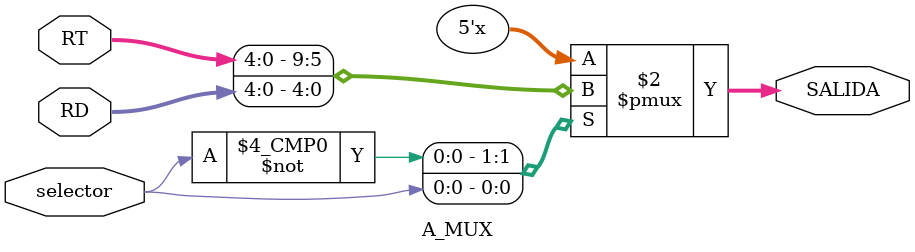
<source format=v>
`timescale 1ns/1ps


module A_MUX(
    input [4:0] RT,       
    input [4:0] RD,      
    input selector,      
    output reg [4:0] SALIDA 
);

always @(*) begin
    case (selector) 
        1'b0: SALIDA = RT; 
        1'b1: SALIDA = RD;
        default: SALIDA = 5'b00000; 
    endcase
end

endmodule
</source>
